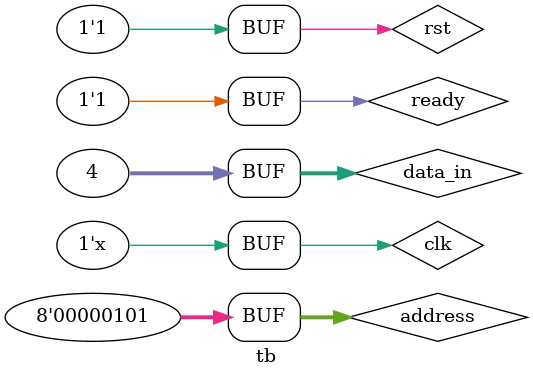
<source format=v>
module tb ();
reg clk;
reg rst;
reg ready;
reg [31:0]data_in;
reg [7:0]address;

wire	[7:0] address_ps;
wire  [31:0] data_in_ps;
wire [31:0] data_in_pl;
wire	[7:0] address_pl;
wire [31:0] data_out;
wire [31:0] data_to_ps1;
wire [31:0] data_to_ps2;
wire [31:0] data_to_ps3;
wire [31:0] data_to_ps4;
wire [31:0] data_to_ps5;
wire done_pl;
wire [31:0] result_out1;
wire [31:0] result_out2;
wire [31:0] result_out3;
wire [31:0] result_out4;
wire [31:0] result_out5;
wire ready_for_pl;
wire pl_done_to_ps;
wire [2:0] cmd_ps_out;
wire [2:0] cmd_pl_out;
memory_ctrl m1(
    //input
    .data_in(data_in),
    .address(address),
    .ready(ready),
    .done(done_pl),
    .result1(data_to_ps1),
    .result2(data_to_ps2),
    .result3(data_to_ps3),
    .result4(data_to_ps4),
    .result5(data_to_ps5),
    //output
    .data_ps(data_in_ps),
    .address_ps(address_ps),
    .result_out1(result_out1),
    .result_out2(result_out2),
    .result_out3(result_out3),
    .result_out4(result_out4),
    .result_out5(result_out5),
    .ready_for_pl(ready_for_pl),
    .pl_done(pl_done_to_ps),
    .cmd(cmd_ps_out)
);
mem m0(
    //input
	.clk (clk),
	.cmd_ps (cmd_ps_out),//0:write ps data ; 1:read ps data ; 2:write pl data ; 3:read pl data ; 4:idle
	.cmd_pl (cmd_pl_out),
	.data_in_ps (data_in_ps),
	.data_in_pl (data_in_pl),
	.address_ps (address_ps),
    .address_pl (address_pl),
    //output
	.data_out (data_out)
);
calculator c1(
    //input
    .clk (clk),
	.rst (rst),
	.data_in (data_out),
	.ready (ready_for_pl), //data is ready from ps
	//output
	.data_pl (data_in_pl),
	.address_pl (address_pl),
	.data_to_ps1 (data_to_ps1),
	.data_to_ps2 (data_to_ps2),
	.data_to_ps3 (data_to_ps3),
	.data_to_ps4 (data_to_ps4),
	.data_to_ps5 (data_to_ps5),
	.cmd (cmd_pl_out), //command to memory
	.done_pl (done_pl)
);
initial begin
    clk=1;
    rst=0;
    ready=0;
    #10
    rst=1;
    #10
    data_in=32'h01234567;
    address=8'd0;
    #10
    data_in=32'h00000000;
    address=8'd1;
    #10
    data_in=32'h00000001;
    address=8'd2;
    #10
    data_in=32'h00000002;
    address=8'd3;
    #10
    data_in=32'h00000003;
    address=8'd4;
    #10
    data_in=32'h00000004;
    address=8'd5;

    #10
    ready=1;   
    
end
always #5 clk=~clk;
endmodule

</source>
